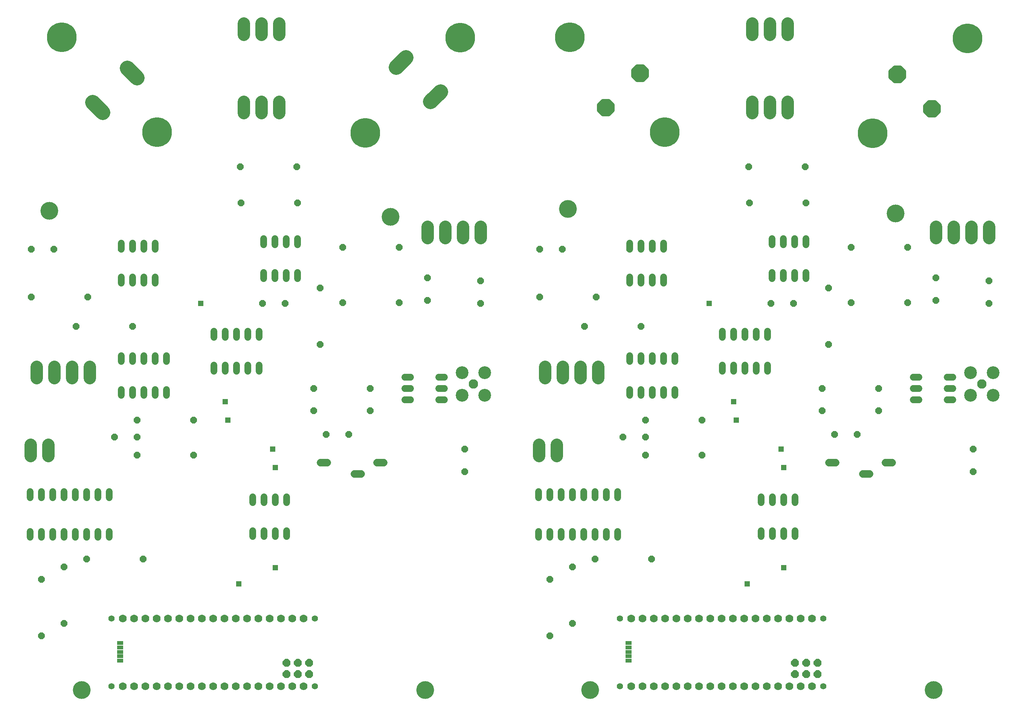
<source format=gts>
G75*
%MOIN*%
%OFA0B0*%
%FSLAX25Y25*%
%IPPOS*%
%LPD*%
%AMOC8*
5,1,8,0,0,1.08239X$1,22.5*
%
%ADD10C,0.15750*%
%ADD11C,0.07000*%
%ADD12C,0.05524*%
%ADD13R,0.05800X0.03300*%
%ADD14OC8,0.07000*%
%ADD15C,0.06000*%
%ADD16OC8,0.06000*%
%ADD17C,0.06800*%
%ADD18C,0.08300*%
%ADD19C,0.11300*%
%ADD20C,0.10839*%
%ADD21C,0.13200*%
%ADD22C,0.26300*%
%ADD23C,0.03160*%
%ADD24R,0.04762X0.04762*%
D10*
X0152216Y0026500D03*
X0456216Y0026500D03*
X0602216Y0026500D03*
X0906216Y0026500D03*
X0872716Y0448500D03*
X0582716Y0452500D03*
X0425716Y0445500D03*
X0123716Y0451000D03*
D11*
X0188716Y0090000D03*
X0198716Y0090000D03*
X0208716Y0090000D03*
X0218716Y0090000D03*
X0228716Y0090000D03*
X0238716Y0090000D03*
X0248716Y0090000D03*
X0258716Y0090000D03*
X0268716Y0090000D03*
X0278716Y0090000D03*
X0288716Y0090000D03*
X0298716Y0090000D03*
X0308716Y0090000D03*
X0318716Y0090000D03*
X0328716Y0090000D03*
X0338716Y0090000D03*
X0348716Y0090000D03*
X0348716Y0030000D03*
X0338716Y0030000D03*
X0328716Y0030000D03*
X0318716Y0030000D03*
X0308716Y0030000D03*
X0298716Y0030000D03*
X0288716Y0030000D03*
X0278716Y0030000D03*
X0268716Y0030000D03*
X0258716Y0030000D03*
X0248716Y0030000D03*
X0238716Y0030000D03*
X0228716Y0030000D03*
X0218716Y0030000D03*
X0208716Y0030000D03*
X0198716Y0030000D03*
X0188716Y0030000D03*
X0638716Y0030000D03*
X0648716Y0030000D03*
X0658716Y0030000D03*
X0668716Y0030000D03*
X0678716Y0030000D03*
X0688716Y0030000D03*
X0698716Y0030000D03*
X0708716Y0030000D03*
X0718716Y0030000D03*
X0728716Y0030000D03*
X0738716Y0030000D03*
X0748716Y0030000D03*
X0758716Y0030000D03*
X0768716Y0030000D03*
X0778716Y0030000D03*
X0788716Y0030000D03*
X0798716Y0030000D03*
X0798716Y0090000D03*
X0788716Y0090000D03*
X0778716Y0090000D03*
X0768716Y0090000D03*
X0758716Y0090000D03*
X0748716Y0090000D03*
X0738716Y0090000D03*
X0728716Y0090000D03*
X0718716Y0090000D03*
X0708716Y0090000D03*
X0698716Y0090000D03*
X0688716Y0090000D03*
X0678716Y0090000D03*
X0668716Y0090000D03*
X0658716Y0090000D03*
X0648716Y0090000D03*
X0638716Y0090000D03*
D12*
X0628716Y0090000D03*
X0628716Y0030000D03*
X0808716Y0030000D03*
X0808716Y0090000D03*
X0358716Y0090000D03*
X0358716Y0030000D03*
X0178716Y0030000D03*
X0178716Y0090000D03*
D13*
X0186116Y0068100D03*
X0186116Y0064200D03*
X0186116Y0060200D03*
X0186116Y0056400D03*
X0186116Y0052400D03*
X0636116Y0052400D03*
X0636116Y0056400D03*
X0636116Y0060200D03*
X0636116Y0064200D03*
X0636116Y0068100D03*
D14*
X0783716Y0050500D03*
X0783716Y0040500D03*
X0793716Y0040500D03*
X0793716Y0050500D03*
X0803716Y0050500D03*
X0803716Y0040500D03*
X0353716Y0040500D03*
X0343716Y0040500D03*
X0333716Y0040500D03*
X0333716Y0050500D03*
X0343716Y0050500D03*
X0353716Y0050500D03*
D15*
X0333716Y0162400D02*
X0333716Y0167600D01*
X0323716Y0167600D02*
X0323716Y0162400D01*
X0313716Y0162400D02*
X0313716Y0167600D01*
X0303716Y0167600D02*
X0303716Y0162400D01*
X0303716Y0192400D02*
X0303716Y0197600D01*
X0313716Y0197600D02*
X0313716Y0192400D01*
X0323716Y0192400D02*
X0323716Y0197600D01*
X0333716Y0197600D02*
X0333716Y0192400D01*
X0438116Y0283500D02*
X0443316Y0283500D01*
X0443316Y0293500D02*
X0438116Y0293500D01*
X0438116Y0303500D02*
X0443316Y0303500D01*
X0468116Y0303500D02*
X0473316Y0303500D01*
X0473316Y0293500D02*
X0468116Y0293500D01*
X0468116Y0283500D02*
X0473316Y0283500D01*
X0556716Y0202200D02*
X0556716Y0197000D01*
X0566716Y0197000D02*
X0566716Y0202200D01*
X0576716Y0202200D02*
X0576716Y0197000D01*
X0586716Y0197000D02*
X0586716Y0202200D01*
X0596716Y0202200D02*
X0596716Y0197000D01*
X0606716Y0197000D02*
X0606716Y0202200D01*
X0616716Y0202200D02*
X0616716Y0197000D01*
X0626716Y0197000D02*
X0626716Y0202200D01*
X0626716Y0167000D02*
X0626716Y0161800D01*
X0616716Y0161800D02*
X0616716Y0167000D01*
X0606716Y0167000D02*
X0606716Y0161800D01*
X0596716Y0161800D02*
X0596716Y0167000D01*
X0586716Y0167000D02*
X0586716Y0161800D01*
X0576716Y0161800D02*
X0576716Y0167000D01*
X0566716Y0167000D02*
X0566716Y0161800D01*
X0556716Y0161800D02*
X0556716Y0167000D01*
X0637216Y0287400D02*
X0637216Y0292600D01*
X0647216Y0292600D02*
X0647216Y0287400D01*
X0657216Y0287400D02*
X0657216Y0292600D01*
X0667216Y0292600D02*
X0667216Y0287400D01*
X0677216Y0287400D02*
X0677216Y0292600D01*
X0677216Y0317400D02*
X0677216Y0322600D01*
X0667216Y0322600D02*
X0667216Y0317400D01*
X0657216Y0317400D02*
X0657216Y0322600D01*
X0647216Y0322600D02*
X0647216Y0317400D01*
X0637216Y0317400D02*
X0637216Y0322600D01*
X0719216Y0314100D02*
X0719216Y0308900D01*
X0729216Y0308900D02*
X0729216Y0314100D01*
X0739216Y0314100D02*
X0739216Y0308900D01*
X0749216Y0308900D02*
X0749216Y0314100D01*
X0759216Y0314100D02*
X0759216Y0308900D01*
X0759216Y0338900D02*
X0759216Y0344100D01*
X0749216Y0344100D02*
X0749216Y0338900D01*
X0739216Y0338900D02*
X0739216Y0344100D01*
X0729216Y0344100D02*
X0729216Y0338900D01*
X0719216Y0338900D02*
X0719216Y0344100D01*
X0763216Y0390900D02*
X0763216Y0396100D01*
X0773216Y0396100D02*
X0773216Y0390900D01*
X0783216Y0390900D02*
X0783216Y0396100D01*
X0793216Y0396100D02*
X0793216Y0390900D01*
X0793216Y0420900D02*
X0793216Y0426100D01*
X0783216Y0426100D02*
X0783216Y0420900D01*
X0773216Y0420900D02*
X0773216Y0426100D01*
X0763216Y0426100D02*
X0763216Y0420900D01*
X0667216Y0422100D02*
X0667216Y0416900D01*
X0657216Y0416900D02*
X0657216Y0422100D01*
X0647216Y0422100D02*
X0647216Y0416900D01*
X0637216Y0416900D02*
X0637216Y0422100D01*
X0637216Y0392100D02*
X0637216Y0386900D01*
X0647216Y0386900D02*
X0647216Y0392100D01*
X0657216Y0392100D02*
X0657216Y0386900D01*
X0667216Y0386900D02*
X0667216Y0392100D01*
X0888116Y0303500D02*
X0893316Y0303500D01*
X0893316Y0293500D02*
X0888116Y0293500D01*
X0888116Y0283500D02*
X0893316Y0283500D01*
X0918116Y0283500D02*
X0923316Y0283500D01*
X0923316Y0293500D02*
X0918116Y0293500D01*
X0918116Y0303500D02*
X0923316Y0303500D01*
X0783716Y0197600D02*
X0783716Y0192400D01*
X0773716Y0192400D02*
X0773716Y0197600D01*
X0763716Y0197600D02*
X0763716Y0192400D01*
X0753716Y0192400D02*
X0753716Y0197600D01*
X0753716Y0167600D02*
X0753716Y0162400D01*
X0763716Y0162400D02*
X0763716Y0167600D01*
X0773716Y0167600D02*
X0773716Y0162400D01*
X0783716Y0162400D02*
X0783716Y0167600D01*
X0343216Y0390900D02*
X0343216Y0396100D01*
X0333216Y0396100D02*
X0333216Y0390900D01*
X0323216Y0390900D02*
X0323216Y0396100D01*
X0313216Y0396100D02*
X0313216Y0390900D01*
X0313216Y0420900D02*
X0313216Y0426100D01*
X0323216Y0426100D02*
X0323216Y0420900D01*
X0333216Y0420900D02*
X0333216Y0426100D01*
X0343216Y0426100D02*
X0343216Y0420900D01*
X0309216Y0344100D02*
X0309216Y0338900D01*
X0299216Y0338900D02*
X0299216Y0344100D01*
X0289216Y0344100D02*
X0289216Y0338900D01*
X0279216Y0338900D02*
X0279216Y0344100D01*
X0269216Y0344100D02*
X0269216Y0338900D01*
X0269216Y0314100D02*
X0269216Y0308900D01*
X0279216Y0308900D02*
X0279216Y0314100D01*
X0289216Y0314100D02*
X0289216Y0308900D01*
X0299216Y0308900D02*
X0299216Y0314100D01*
X0309216Y0314100D02*
X0309216Y0308900D01*
X0227216Y0317400D02*
X0227216Y0322600D01*
X0217216Y0322600D02*
X0217216Y0317400D01*
X0207216Y0317400D02*
X0207216Y0322600D01*
X0197216Y0322600D02*
X0197216Y0317400D01*
X0187216Y0317400D02*
X0187216Y0322600D01*
X0187216Y0292600D02*
X0187216Y0287400D01*
X0197216Y0287400D02*
X0197216Y0292600D01*
X0207216Y0292600D02*
X0207216Y0287400D01*
X0217216Y0287400D02*
X0217216Y0292600D01*
X0227216Y0292600D02*
X0227216Y0287400D01*
X0176716Y0202200D02*
X0176716Y0197000D01*
X0166716Y0197000D02*
X0166716Y0202200D01*
X0156716Y0202200D02*
X0156716Y0197000D01*
X0146716Y0197000D02*
X0146716Y0202200D01*
X0136716Y0202200D02*
X0136716Y0197000D01*
X0126716Y0197000D02*
X0126716Y0202200D01*
X0116716Y0202200D02*
X0116716Y0197000D01*
X0106716Y0197000D02*
X0106716Y0202200D01*
X0106716Y0167000D02*
X0106716Y0161800D01*
X0116716Y0161800D02*
X0116716Y0167000D01*
X0126716Y0167000D02*
X0126716Y0161800D01*
X0136716Y0161800D02*
X0136716Y0167000D01*
X0146716Y0167000D02*
X0146716Y0161800D01*
X0156716Y0161800D02*
X0156716Y0167000D01*
X0166716Y0167000D02*
X0166716Y0161800D01*
X0176716Y0161800D02*
X0176716Y0167000D01*
X0187216Y0386900D02*
X0187216Y0392100D01*
X0197216Y0392100D02*
X0197216Y0386900D01*
X0207216Y0386900D02*
X0207216Y0392100D01*
X0217216Y0392100D02*
X0217216Y0386900D01*
X0217216Y0416900D02*
X0217216Y0422100D01*
X0207216Y0422100D02*
X0207216Y0416900D01*
X0197216Y0416900D02*
X0197216Y0422100D01*
X0187216Y0422100D02*
X0187216Y0416900D01*
D16*
X0116716Y0074500D03*
X0136716Y0085500D03*
X0116716Y0124500D03*
X0136716Y0135500D03*
X0156716Y0142500D03*
X0206716Y0142500D03*
X0201216Y0234500D03*
X0201216Y0250500D03*
X0201216Y0265500D03*
X0181216Y0250500D03*
X0251216Y0265500D03*
X0251216Y0234500D03*
X0357716Y0274000D03*
X0357716Y0293500D03*
X0363216Y0332500D03*
X0383216Y0369500D03*
X0363216Y0382500D03*
X0332216Y0369000D03*
X0312216Y0369000D03*
X0383216Y0418500D03*
X0433216Y0418500D03*
X0458216Y0391500D03*
X0458216Y0371500D03*
X0433216Y0369500D03*
X0505216Y0369000D03*
X0505216Y0389000D03*
X0557716Y0374500D03*
X0597216Y0348500D03*
X0607716Y0374500D03*
X0647216Y0348500D03*
X0577716Y0417000D03*
X0557716Y0417000D03*
X0743216Y0458000D03*
X0742716Y0490000D03*
X0792716Y0490000D03*
X0793216Y0458000D03*
X0833216Y0418500D03*
X0813216Y0382500D03*
X0833216Y0369500D03*
X0782216Y0369000D03*
X0762216Y0369000D03*
X0813216Y0332500D03*
X0807716Y0293500D03*
X0807716Y0274000D03*
X0818716Y0253000D03*
X0838716Y0253000D03*
X0857716Y0274000D03*
X0857716Y0293500D03*
X0941216Y0240000D03*
X0941216Y0220000D03*
X0955216Y0369000D03*
X0955216Y0389000D03*
X0908216Y0391500D03*
X0908216Y0371500D03*
X0883216Y0369500D03*
X0883216Y0418500D03*
X0701216Y0265500D03*
X0701216Y0234500D03*
X0651216Y0234500D03*
X0651216Y0250500D03*
X0651216Y0265500D03*
X0631216Y0250500D03*
X0491216Y0240000D03*
X0491216Y0220000D03*
X0407716Y0274000D03*
X0407716Y0293500D03*
X0388716Y0253000D03*
X0368716Y0253000D03*
X0197216Y0348500D03*
X0157716Y0374500D03*
X0147216Y0348500D03*
X0107716Y0374500D03*
X0107716Y0417000D03*
X0127716Y0417000D03*
X0293216Y0458000D03*
X0292716Y0490000D03*
X0342716Y0490000D03*
X0343216Y0458000D03*
X0606716Y0142500D03*
X0586716Y0135500D03*
X0566716Y0124500D03*
X0586716Y0085500D03*
X0566716Y0074500D03*
X0656716Y0142500D03*
D17*
X0813716Y0228000D02*
X0819716Y0228000D01*
X0843716Y0218000D02*
X0849716Y0218000D01*
X0863716Y0228000D02*
X0869716Y0228000D01*
X0419716Y0228000D02*
X0413716Y0228000D01*
X0399716Y0218000D02*
X0393716Y0218000D01*
X0369716Y0228000D02*
X0363716Y0228000D01*
D18*
X0499016Y0297400D03*
X0949016Y0297400D03*
D19*
X0938977Y0307439D03*
X0959055Y0307439D03*
X0959055Y0287361D03*
X0938977Y0287361D03*
X0509055Y0287361D03*
X0488977Y0287361D03*
X0488977Y0307439D03*
X0509055Y0307439D03*
D20*
X0562330Y0302980D02*
X0562330Y0313020D01*
X0577921Y0313020D02*
X0577921Y0302980D01*
X0593511Y0302980D02*
X0593511Y0313020D01*
X0609102Y0313020D02*
X0609102Y0302980D01*
X0572511Y0244020D02*
X0572511Y0233980D01*
X0556921Y0233980D02*
X0556921Y0244020D01*
X0505102Y0426980D02*
X0505102Y0437020D01*
X0489511Y0437020D02*
X0489511Y0426980D01*
X0473921Y0426980D02*
X0473921Y0437020D01*
X0458330Y0437020D02*
X0458330Y0426980D01*
X0326807Y0537480D02*
X0326807Y0547520D01*
X0311216Y0547520D02*
X0311216Y0537480D01*
X0295625Y0537480D02*
X0295625Y0547520D01*
X0295625Y0606980D02*
X0295625Y0617020D01*
X0311216Y0617020D02*
X0311216Y0606980D01*
X0326807Y0606980D02*
X0326807Y0617020D01*
X0745625Y0617020D02*
X0745625Y0606980D01*
X0761216Y0606980D02*
X0761216Y0617020D01*
X0776807Y0617020D02*
X0776807Y0606980D01*
X0776807Y0547520D02*
X0776807Y0537480D01*
X0761216Y0537480D02*
X0761216Y0547520D01*
X0745625Y0547520D02*
X0745625Y0537480D01*
X0908330Y0437020D02*
X0908330Y0426980D01*
X0923921Y0426980D02*
X0923921Y0437020D01*
X0939511Y0437020D02*
X0939511Y0426980D01*
X0955102Y0426980D02*
X0955102Y0437020D01*
X0159102Y0313020D02*
X0159102Y0302980D01*
X0143511Y0302980D02*
X0143511Y0313020D01*
X0127921Y0313020D02*
X0127921Y0302980D01*
X0112330Y0302980D02*
X0112330Y0313020D01*
X0106921Y0244020D02*
X0106921Y0233980D01*
X0122511Y0233980D02*
X0122511Y0244020D01*
D21*
X0170847Y0537963D02*
X0162079Y0546732D01*
X0192485Y0577137D02*
X0201253Y0568369D01*
X0430579Y0577768D02*
X0439347Y0586537D01*
X0469753Y0556131D02*
X0460985Y0547363D01*
D22*
X0403143Y0519927D03*
X0487289Y0604073D03*
X0584143Y0604573D03*
X0668289Y0520427D03*
X0852143Y0519427D03*
X0936289Y0603573D03*
X0218789Y0520427D03*
X0134643Y0604573D03*
D23*
X0614925Y0547086D02*
X0613345Y0548666D01*
X0618581Y0548666D01*
X0622282Y0544965D01*
X0622282Y0539729D01*
X0618581Y0536028D01*
X0613345Y0536028D01*
X0609644Y0539729D01*
X0609644Y0544965D01*
X0613345Y0548666D01*
X0614327Y0546296D01*
X0617599Y0546296D01*
X0619912Y0543983D01*
X0619912Y0540711D01*
X0617599Y0538398D01*
X0614327Y0538398D01*
X0612014Y0540711D01*
X0612014Y0543983D01*
X0614327Y0546296D01*
X0615309Y0543926D01*
X0616617Y0543926D01*
X0617542Y0543001D01*
X0617542Y0541693D01*
X0616617Y0540768D01*
X0615309Y0540768D01*
X0614384Y0541693D01*
X0614384Y0543001D01*
X0615309Y0543926D01*
X0645331Y0577492D02*
X0643751Y0579072D01*
X0648987Y0579072D01*
X0652688Y0575371D01*
X0652688Y0570135D01*
X0648987Y0566434D01*
X0643751Y0566434D01*
X0640050Y0570135D01*
X0640050Y0575371D01*
X0643751Y0579072D01*
X0644733Y0576702D01*
X0648005Y0576702D01*
X0650318Y0574389D01*
X0650318Y0571117D01*
X0648005Y0568804D01*
X0644733Y0568804D01*
X0642420Y0571117D01*
X0642420Y0574389D01*
X0644733Y0576702D01*
X0645715Y0574332D01*
X0647023Y0574332D01*
X0647948Y0573407D01*
X0647948Y0572099D01*
X0647023Y0571174D01*
X0645715Y0571174D01*
X0644790Y0572099D01*
X0644790Y0573407D01*
X0645715Y0574332D01*
X0878802Y0572791D02*
X0880382Y0574371D01*
X0880382Y0569135D01*
X0876681Y0565434D01*
X0871445Y0565434D01*
X0867744Y0569135D01*
X0867744Y0574371D01*
X0871445Y0578072D01*
X0876681Y0578072D01*
X0880382Y0574371D01*
X0878012Y0573389D01*
X0878012Y0570117D01*
X0875699Y0567804D01*
X0872427Y0567804D01*
X0870114Y0570117D01*
X0870114Y0573389D01*
X0872427Y0575702D01*
X0875699Y0575702D01*
X0878012Y0573389D01*
X0875642Y0572407D01*
X0875642Y0571099D01*
X0874717Y0570174D01*
X0873409Y0570174D01*
X0872484Y0571099D01*
X0872484Y0572407D01*
X0873409Y0573332D01*
X0874717Y0573332D01*
X0875642Y0572407D01*
X0909208Y0542385D02*
X0910788Y0543965D01*
X0910788Y0538729D01*
X0907087Y0535028D01*
X0901851Y0535028D01*
X0898150Y0538729D01*
X0898150Y0543965D01*
X0901851Y0547666D01*
X0907087Y0547666D01*
X0910788Y0543965D01*
X0908418Y0542983D01*
X0908418Y0539711D01*
X0906105Y0537398D01*
X0902833Y0537398D01*
X0900520Y0539711D01*
X0900520Y0542983D01*
X0902833Y0545296D01*
X0906105Y0545296D01*
X0908418Y0542983D01*
X0906048Y0542001D01*
X0906048Y0540693D01*
X0905123Y0539768D01*
X0903815Y0539768D01*
X0902890Y0540693D01*
X0902890Y0542001D01*
X0903815Y0542926D01*
X0905123Y0542926D01*
X0906048Y0542001D01*
D24*
X0763716Y0423000D03*
X0707466Y0368750D03*
X0637216Y0417500D03*
X0636716Y0418000D03*
X0609216Y0308114D03*
X0729216Y0282000D03*
X0731716Y0265500D03*
X0771216Y0240000D03*
X0773716Y0223500D03*
X0773716Y0135000D03*
X0741216Y0120500D03*
X0323716Y0135000D03*
X0291216Y0120500D03*
X0323716Y0223500D03*
X0321216Y0240000D03*
X0281716Y0265500D03*
X0279216Y0282000D03*
X0257466Y0368750D03*
X0187216Y0417500D03*
X0186716Y0418000D03*
X0313716Y0423000D03*
X0159216Y0308114D03*
M02*

</source>
